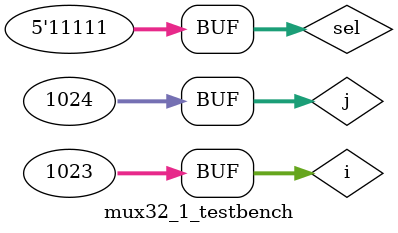
<source format=sv>
`timescale 1ns/10ps
module mux32_1(out, i, sel);
	output logic out;
	input logic [31:0] i;
	input logic [4:0] sel;
	
	logic out1, out2;
	
	mux16_1 mux1 (.out(out1), 
                   .i0(i[0]), .i1(i[1]), .i2(i[2]), .i3(i[3]), 
                   .i4(i[4]), .i5(i[5]), .i6(i[6]), .i7(i[7]), 
                   .i8(i[8]), .i9(i[9]), .i10(i[10]), .i11(i[11]), 
                   .i12(i[12]), .i13(i[13]), .i14(i[14]), .i15(i[15]), 
                   .sel(sel[3:0]));
    
  
    mux16_1 mux2 (.out(out2), 
                   .i0(i[16]), .i1(i[17]), .i2(i[18]), .i3(i[19]), 
                   .i4(i[20]), .i5(i[21]), .i6(i[22]), .i7(i[23]), 
                   .i8(i[24]), .i9(i[25]), .i10(i[26]), .i11(i[27]), 
                   .i12(i[28]), .i13(i[29]), .i14(i[30]), .i15(i[31]), 
                   .sel(sel[3:0]));
					  
	mux2_1 muxFinal (.out(out), .i0(out1), .i1(out2), .sel(sel[4]));
	
endmodule 


module mux32_1_testbench();
    logic [31:0] i;       // 32-bit input vector
    logic [4:0] sel;      // 5-bit select signal
    logic out;            // Output of the 32:1 multiplexer

    // Instantiate the 32:1 multiplexer under test
    mux32_1 dut (.out(out), .i(i), .sel(sel));

    integer j;
    initial begin
        // Loop through all combinations of inputs and select values
        for (j = 0; j < 1024; j++) begin
            i = j[31:0];             // Assign 32 inputs (least significant 32 bits of j)
            sel = j[4:0];            // Assign the least significant 5 bits of j to sel
            #10;                     // Wait for 10 time units before moving to the next iteration
        end
    end
endmodule

</source>
